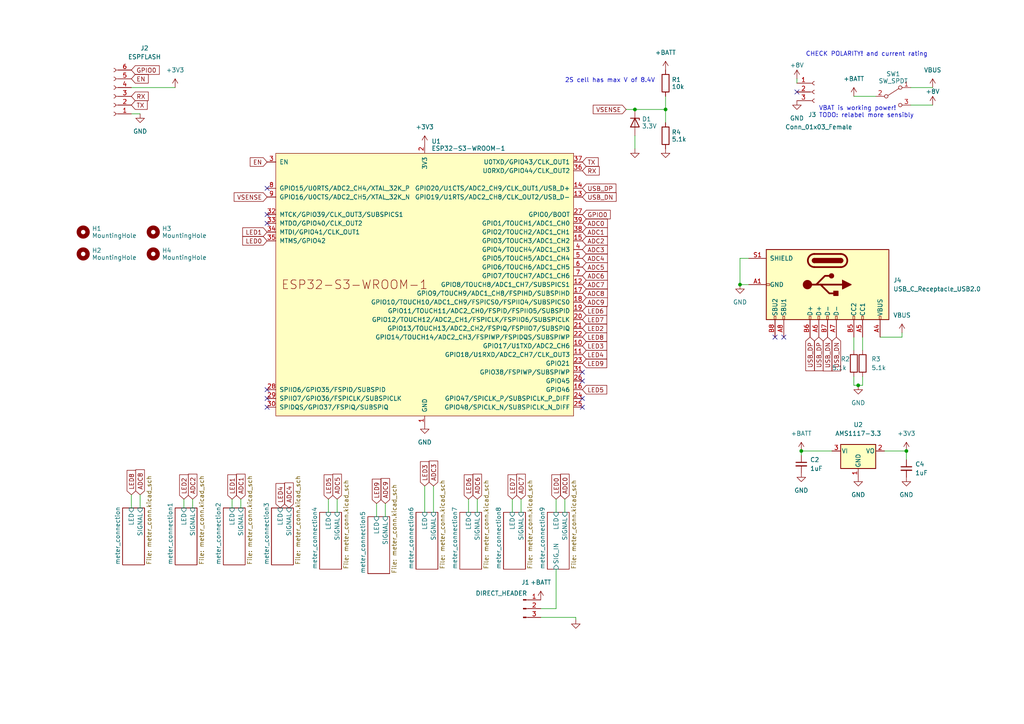
<source format=kicad_sch>
(kicad_sch (version 20230121) (generator eeschema)
  (paper "A4")
  (lib_symbols
    (symbol "Connector:Conn_01x03_Female" (pin_names (offset 1.016) hide)
      (property "Reference" "J" (at 0 5.08 0))
      (property "Value" "Conn_01x03_Female" (at 0 -5.08 0))
      (symbol "Conn_01x03_Female_1_1"
        (arc (start 0 -2.032) (mid -0.5058 -2.54) (end 0 -3.048) (stroke (width 0.1524)))
        (polyline (pts (xy -1.27 -2.54) (xy -0.508 -2.54)) (stroke (width 0.1524)))
        (polyline (pts (xy -1.27 0) (xy -0.508 0)) (stroke (width 0.1524)))
        (polyline (pts (xy -1.27 2.54) (xy -0.508 2.54)) (stroke (width 0.1524)))
        (arc (start 0 0.508) (mid -0.5058 0) (end 0 -0.508) (stroke (width 0.1524)))
        (arc (start 0 3.048) (mid -0.5058 2.54) (end 0 2.032) (stroke (width 0.1524)))
        (pin passive line (at -5.08 2.54 0) (length 3.81) (name "Pin_1") (number "1"))
        (pin passive line (at -5.08 0 0) (length 3.81) (name "Pin_2") (number "2"))
        (pin passive line (at -5.08 -2.54 0) (length 3.81) (name "Pin_3") (number "3"))
      )
    )
    (symbol "Connector:Conn_01x03_Male" (pin_names (offset 1.016) hide)
      (property "Reference" "J" (at 0 5.08 0))
      (property "Value" "Conn_01x03_Male" (at 0 -5.08 0))
      (symbol "Conn_01x03_Male_1_1"
        (polyline (pts (xy 1.27 -2.54) (xy 0.8636 -2.54)) (stroke (width 0.1524)))
        (polyline (pts (xy 1.27 0) (xy 0.8636 0)) (stroke (width 0.1524)))
        (polyline (pts (xy 1.27 2.54) (xy 0.8636 2.54)) (stroke (width 0.1524)))
        (rectangle (start 0.8636 -2.413) (end 0 -2.667) (stroke (width 0.1524)) (fill (type outline)))
        (rectangle (start 0.8636 0.127) (end 0 -0.127) (stroke (width 0.1524)) (fill (type outline)))
        (rectangle (start 0.8636 2.667) (end 0 2.413) (stroke (width 0.1524)) (fill (type outline)))
        (pin passive line (at 5.08 2.54 180) (length 3.81) (name "Pin_1") (number "1"))
        (pin passive line (at 5.08 0 180) (length 3.81) (name "Pin_2") (number "2"))
        (pin passive line (at 5.08 -2.54 180) (length 3.81) (name "Pin_3") (number "3"))
      )
    )
    (symbol "Connector:Conn_01x06_Female" (pin_names (offset 1.016) hide)
      (property "Reference" "J" (at 0 7.62 0))
      (property "Value" "Conn_01x06_Female" (at 0 -10.16 0))
      (symbol "Conn_01x06_Female_1_1"
        (arc (start 0 -7.112) (mid -0.5058 -7.62) (end 0 -8.128) (stroke (width 0.1524)))
        (arc (start 0 -4.572) (mid -0.5058 -5.08) (end 0 -5.588) (stroke (width 0.1524)))
        (arc (start 0 -2.032) (mid -0.5058 -2.54) (end 0 -3.048) (stroke (width 0.1524)))
        (polyline (pts (xy -1.27 -7.62) (xy -0.508 -7.62)) (stroke (width 0.1524)))
        (polyline (pts (xy -1.27 -5.08) (xy -0.508 -5.08)) (stroke (width 0.1524)))
        (polyline (pts (xy -1.27 -2.54) (xy -0.508 -2.54)) (stroke (width 0.1524)))
        (polyline (pts (xy -1.27 0) (xy -0.508 0)) (stroke (width 0.1524)))
        (polyline (pts (xy -1.27 2.54) (xy -0.508 2.54)) (stroke (width 0.1524)))
        (polyline (pts (xy -1.27 5.08) (xy -0.508 5.08)) (stroke (width 0.1524)))
        (arc (start 0 0.508) (mid -0.5058 0) (end 0 -0.508) (stroke (width 0.1524)))
        (arc (start 0 3.048) (mid -0.5058 2.54) (end 0 2.032) (stroke (width 0.1524)))
        (arc (start 0 5.588) (mid -0.5058 5.08) (end 0 4.572) (stroke (width 0.1524)))
        (pin passive line (at -5.08 5.08 0) (length 3.81) (name "Pin_1") (number "1"))
        (pin passive line (at -5.08 2.54 0) (length 3.81) (name "Pin_2") (number "2"))
        (pin passive line (at -5.08 0 0) (length 3.81) (name "Pin_3") (number "3"))
        (pin passive line (at -5.08 -2.54 0) (length 3.81) (name "Pin_4") (number "4"))
        (pin passive line (at -5.08 -5.08 0) (length 3.81) (name "Pin_5") (number "5"))
        (pin passive line (at -5.08 -7.62 0) (length 3.81) (name "Pin_6") (number "6"))
      )
    )
    (symbol "Connector:USB_C_Receptacle_USB2.0" (pin_names (offset 1.016))
      (property "Reference" "J" (at -10.16 19.05 0))
      (property "Value" "USB_C_Receptacle_USB2.0" (at 19.05 19.05 0))
      (symbol "USB_C_Receptacle_USB2.0_0_0"
        (rectangle (start -0.254 -17.78) (end 0.254 -16.764))
        (rectangle (start 10.16 -14.986) (end 9.144 -15.494))
        (rectangle (start 10.16 -12.446) (end 9.144 -12.954))
        (rectangle (start 10.16 -4.826) (end 9.144 -5.334))
        (rectangle (start 10.16 -2.286) (end 9.144 -2.794))
        (rectangle (start 10.16 0.254) (end 9.144 -0.254))
        (rectangle (start 10.16 2.794) (end 9.144 2.286))
        (rectangle (start 10.16 7.874) (end 9.144 7.366))
        (rectangle (start 10.16 10.414) (end 9.144 9.906))
        (rectangle (start 10.16 15.494) (end 9.144 14.986))
      )
      (symbol "USB_C_Receptacle_USB2.0_0_1"
        (rectangle (start -10.16 17.78) (end 10.16 -17.78) (stroke (width 0.254)) (fill (type background)))
        (arc (start -8.89 -3.81) (mid -6.985 -5.7067) (end -5.08 -3.81) (stroke (width 0.508)))
        (arc (start -7.62 -3.81) (mid -6.985 -4.4423) (end -6.35 -3.81) (stroke (width 0.254)))
        (arc (start -7.62 -3.81) (mid -6.985 -4.4423) (end -6.35 -3.81) (stroke (width 0.254)) (fill (type outline)))
        (rectangle (start -7.62 -3.81) (end -6.35 3.81) (stroke (width 0.254)) (fill (type outline)))
        (arc (start -6.35 3.81) (mid -6.985 4.4423) (end -7.62 3.81) (stroke (width 0.254)))
        (arc (start -6.35 3.81) (mid -6.985 4.4423) (end -7.62 3.81) (stroke (width 0.254)) (fill (type outline)))
        (arc (start -5.08 3.81) (mid -6.985 5.7067) (end -8.89 3.81) (stroke (width 0.508)))
        (circle (center -2.54 1.143) (radius 0.635) (stroke (width 0.254)) (fill (type outline)))
        (circle (center 0 -5.842) (radius 1.27) (fill (type outline)))
        (polyline (pts (xy -8.89 -3.81) (xy -8.89 3.81)) (stroke (width 0.508)))
        (polyline (pts (xy -5.08 3.81) (xy -5.08 -3.81)) (stroke (width 0.508)))
        (polyline (pts (xy 0 -5.842) (xy 0 4.318)) (stroke (width 0.508)))
        (polyline (pts (xy 0 -3.302) (xy -2.54 -0.762) (xy -2.54 0.508)) (stroke (width 0.508)))
        (polyline (pts (xy 0 -2.032) (xy 2.54 0.508) (xy 2.54 1.778)) (stroke (width 0.508)))
        (polyline (pts (xy -1.27 4.318) (xy 0 6.858) (xy 1.27 4.318) (xy -1.27 4.318)) (stroke (width 0.254)) (fill (type outline)))
        (rectangle (start 1.905 1.778) (end 3.175 3.048) (stroke (width 0.254)) (fill (type outline)))
      )
      (symbol "USB_C_Receptacle_USB2.0_1_1"
        (pin passive line (at 0 -22.86 90) (length 5.08) (name "GND") (number "A1"))
        (pin passive line (at 0 -22.86 90) (length 5.08) hide (name "GND") (number "A12"))
        (pin passive line (at 15.24 15.24 180) (length 5.08) (name "VBUS") (number "A4"))
        (pin bidirectional line (at 15.24 10.16 180) (length 5.08) (name "CC1") (number "A5"))
        (pin bidirectional line (at 15.24 -2.54 180) (length 5.08) (name "D+") (number "A6"))
        (pin bidirectional line (at 15.24 2.54 180) (length 5.08) (name "D-") (number "A7"))
        (pin bidirectional line (at 15.24 -12.7 180) (length 5.08) (name "SBU1") (number "A8"))
        (pin passive line (at 15.24 15.24 180) (length 5.08) hide (name "VBUS") (number "A9"))
        (pin passive line (at 0 -22.86 90) (length 5.08) hide (name "GND") (number "B1"))
        (pin passive line (at 0 -22.86 90) (length 5.08) hide (name "GND") (number "B12"))
        (pin passive line (at 15.24 15.24 180) (length 5.08) hide (name "VBUS") (number "B4"))
        (pin bidirectional line (at 15.24 7.62 180) (length 5.08) (name "CC2") (number "B5"))
        (pin bidirectional line (at 15.24 -5.08 180) (length 5.08) (name "D+") (number "B6"))
        (pin bidirectional line (at 15.24 0 180) (length 5.08) (name "D-") (number "B7"))
        (pin bidirectional line (at 15.24 -15.24 180) (length 5.08) (name "SBU2") (number "B8"))
        (pin passive line (at 15.24 15.24 180) (length 5.08) hide (name "VBUS") (number "B9"))
        (pin passive line (at -7.62 -22.86 90) (length 5.08) (name "SHIELD") (number "S1"))
      )
    )
    (symbol "Device:C_Small" (pin_numbers hide) (pin_names (offset 0.254) hide)
      (property "Reference" "C" (at 0.254 1.778 0))
      (property "Value" "C_Small" (at 0.254 -2.032 0))
      (symbol "C_Small_0_1"
        (polyline (pts (xy -1.524 -0.508) (xy 1.524 -0.508)) (stroke (width 0.3302)))
        (polyline (pts (xy -1.524 0.508) (xy 1.524 0.508)) (stroke (width 0.3048)))
      )
      (symbol "C_Small_1_1"
        (pin passive line (at 0 2.54 270) (length 2.032) (name "~") (number "1"))
        (pin passive line (at 0 -2.54 90) (length 2.032) (name "~") (number "2"))
      )
    )
    (symbol "Device:D_Zener" (pin_numbers hide) (pin_names (offset 1.016) hide)
      (property "Reference" "D" (at 0 2.54 0))
      (property "Value" "D_Zener" (at 0 -2.54 0))
      (symbol "D_Zener_0_1"
        (polyline (pts (xy 1.27 0) (xy -1.27 0)))
        (polyline (pts (xy -1.27 -1.27) (xy -1.27 1.27) (xy -0.762 1.27)) (stroke (width 0.254)))
        (polyline (pts (xy 1.27 -1.27) (xy 1.27 1.27) (xy -1.27 0) (xy 1.27 -1.27)) (stroke (width 0.254)))
      )
      (symbol "D_Zener_1_1"
        (pin passive line (at -3.81 0 0) (length 2.54) (name "K") (number "1"))
        (pin passive line (at 3.81 0 180) (length 2.54) (name "A") (number "2"))
      )
    )
    (symbol "Device:R" (pin_numbers hide) (pin_names (offset 0))
      (property "Reference" "R" (at 2.032 0 90))
      (property "Value" "R" (at 0 0 90))
      (symbol "R_0_1"
        (rectangle (start -1.016 -2.54) (end 1.016 2.54) (stroke (width 0.254)))
      )
      (symbol "R_1_1"
        (pin passive line (at 0 3.81 270) (length 1.27) (name "~") (number "1"))
        (pin passive line (at 0 -3.81 90) (length 1.27) (name "~") (number "2"))
      )
    )
    (symbol "Mechanical:MountingHole" (pin_names (offset 1.016))
      (property "Reference" "H" (at 0 5.08 0))
      (property "Value" "MountingHole" (at 0 3.175 0))
      (symbol "MountingHole_0_1"
        (circle (center 0 0) (radius 1.27) (stroke (width 1.27)))
      )
    )
    (symbol "PCM_Espressif:ESP32-S3-WROOM-1" (pin_names (offset 1.016))
      (property "Reference" "U" (at -43.18 43.18 0))
      (property "Value" "ESP32-S3-WROOM-1" (at -43.18 40.64 0))
      (symbol "ESP32-S3-WROOM-1_0_0"
        (text "ESP32-S3-WROOM-1" (at -20.32 0 0) (effects (font (size 2.54 2.54))))
        (pin power_in line (at 0 -40.64 90) (length 2.54) (name "GND") (number "1"))
        (pin bidirectional line (at 45.72 -17.78 180) (length 2.54) (name "GPIO17/U1TXD/ADC2_CH6") (number "10"))
        (pin bidirectional line (at 45.72 -20.32 180) (length 2.54) (name "GPIO18/U1RXD/ADC2_CH7/CLK_OUT3") (number "11"))
        (pin bidirectional line (at 45.72 0 180) (length 2.54) (name "GPIO8/TOUCH8/ADC1_CH7/SUBSPICS1") (number "12"))
        (pin bidirectional line (at 45.72 25.4 180) (length 2.54) (name "GPIO19/U1RTS/ADC2_CH8/CLK_OUT2/USB_D-") (number "13"))
        (pin bidirectional line (at 45.72 27.94 180) (length 2.54) (name "GPIO20/U1CTS/ADC2_CH9/CLK_OUT1/USB_D+") (number "14"))
        (pin bidirectional line (at 45.72 12.7 180) (length 2.54) (name "GPIO3/TOUCH3/ADC1_CH2") (number "15"))
        (pin bidirectional line (at 45.72 -30.48 180) (length 2.54) (name "GPIO46") (number "16"))
        (pin bidirectional line (at 45.72 -2.54 180) (length 2.54) (name "GPIO9/TOUCH9/ADC1_CH8/FSPIHD/SUBSPIHD") (number "17"))
        (pin bidirectional line (at 45.72 -5.08 180) (length 2.54) (name "GPIO10/TOUCH10/ADC1_CH9/FSPICS0/FSPIIO4/SUBSPICS0") (number "18"))
        (pin bidirectional line (at 45.72 -7.62 180) (length 2.54) (name "GPIO11/TOUCH11/ADC2_CH0/FSPID/FSPIIO5/SUBSPID") (number "19"))
        (pin power_in line (at 0 40.64 270) (length 2.54) (name "3V3") (number "2"))
        (pin bidirectional line (at 45.72 -10.16 180) (length 2.54) (name "GPIO12/TOUCH12/ADC2_CH1/FSPICLK/FSPIIO6/SUBSPICLK") (number "20"))
        (pin bidirectional line (at 45.72 -12.7 180) (length 2.54) (name "GPIO13/TOUCH13/ADC2_CH2/FSPIQ/FSPIIO7/SUBSPIQ") (number "21"))
        (pin bidirectional line (at 45.72 -15.24 180) (length 2.54) (name "GPIO14/TOUCH14/ADC2_CH3/FSPIWP/FSPIDQS/SUBSPIWP") (number "22"))
        (pin bidirectional line (at 45.72 -22.86 180) (length 2.54) (name "GPIO21") (number "23"))
        (pin bidirectional line (at 45.72 -33.02 180) (length 2.54) (name "GPIO47/SPICLK_P/SUBSPICLK_P_DIFF") (number "24"))
        (pin bidirectional line (at 45.72 -35.56 180) (length 2.54) (name "GPIO48/SPICLK_N/SUBSPICLK_N_DIFF") (number "25"))
        (pin bidirectional line (at 45.72 -27.94 180) (length 2.54) (name "GPIO45") (number "26"))
        (pin bidirectional line (at 45.72 20.32 180) (length 2.54) (name "GPIO0/BOOT") (number "27"))
        (pin bidirectional line (at -45.72 -30.48 0) (length 2.54) (name "SPIIO6/GPIO35/FSPID/SUBSPID") (number "28"))
        (pin bidirectional line (at -45.72 -33.02 0) (length 2.54) (name "SPIIO7/GPIO36/FSPICLK/SUBSPICLK") (number "29"))
        (pin input line (at -45.72 35.56 0) (length 2.54) (name "EN") (number "3"))
        (pin bidirectional line (at -45.72 -35.56 0) (length 2.54) (name "SPIDQS/GPIO37/FSPIQ/SUBSPIQ") (number "30"))
        (pin bidirectional line (at 45.72 -25.4 180) (length 2.54) (name "GPIO38/FSPIWP/SUBSPIWP") (number "31"))
        (pin bidirectional line (at -45.72 20.32 0) (length 2.54) (name "MTCK/GPIO39/CLK_OUT3/SUBSPICS1") (number "32"))
        (pin bidirectional line (at -45.72 17.78 0) (length 2.54) (name "MTDO/GPIO40/CLK_OUT2") (number "33"))
        (pin bidirectional line (at -45.72 15.24 0) (length 2.54) (name "MTDI/GPIO41/CLK_OUT1") (number "34"))
        (pin bidirectional line (at -45.72 12.7 0) (length 2.54) (name "MTMS/GPIO42") (number "35"))
        (pin bidirectional line (at 45.72 33.02 180) (length 2.54) (name "U0RXD/GPIO44/CLK_OUT2") (number "36"))
        (pin bidirectional line (at 45.72 35.56 180) (length 2.54) (name "U0TXD/GPIO43/CLK_OUT1") (number "37"))
        (pin bidirectional line (at 45.72 15.24 180) (length 2.54) (name "GPIO2/TOUCH2/ADC1_CH1") (number "38"))
        (pin bidirectional line (at 45.72 17.78 180) (length 2.54) (name "GPIO1/TOUCH1/ADC1_CH0") (number "39"))
        (pin bidirectional line (at 45.72 10.16 180) (length 2.54) (name "GPIO4/TOUCH4/ADC1_CH3") (number "4"))
        (pin passive line (at 0 -40.64 90) (length 2.54) hide (name "GND") (number "40"))
        (pin passive line (at 0 -40.64 90) (length 2.54) hide (name "GND") (number "41"))
        (pin bidirectional line (at 45.72 7.62 180) (length 2.54) (name "GPIO5/TOUCH5/ADC1_CH4") (number "5"))
        (pin bidirectional line (at 45.72 5.08 180) (length 2.54) (name "GPIO6/TOUCH6/ADC1_CH5") (number "6"))
        (pin bidirectional line (at 45.72 2.54 180) (length 2.54) (name "GPIO7/TOUCH7/ADC1_CH6") (number "7"))
        (pin bidirectional line (at -45.72 27.94 0) (length 2.54) (name "GPIO15/U0RTS/ADC2_CH4/XTAL_32K_P") (number "8"))
        (pin bidirectional line (at -45.72 25.4 0) (length 2.54) (name "GPIO16/U0CTS/ADC2_CH5/XTAL_32K_N") (number "9"))
      )
      (symbol "ESP32-S3-WROOM-1_0_1"
        (rectangle (start -43.18 38.1) (end 43.18 -38.1) (fill (type background)))
      )
    )
    (symbol "Regulator_Linear:AMS1117-3.3" (pin_names (offset 0.254))
      (property "Reference" "U" (at -3.81 3.175 0))
      (property "Value" "AMS1117-3.3" (at 0 3.175 0))
      (symbol "AMS1117-3.3_0_1"
        (rectangle (start -5.08 -5.08) (end 5.08 1.905) (stroke (width 0.254)) (fill (type background)))
      )
      (symbol "AMS1117-3.3_1_1"
        (pin power_in line (at 0 -7.62 90) (length 2.54) (name "GND") (number "1"))
        (pin power_out line (at 7.62 0 180) (length 2.54) (name "VO") (number "2"))
        (pin power_in line (at -7.62 0 0) (length 2.54) (name "VI") (number "3"))
      )
    )
    (symbol "Switch:SW_SPDT" (pin_names (offset 0) hide)
      (property "Reference" "SW" (at 0 4.318 0))
      (property "Value" "SW_SPDT" (at 0 -5.08 0))
      (symbol "SW_SPDT_0_0"
        (circle (center -2.032 0) (radius 0.508))
        (circle (center 2.032 -2.54) (radius 0.508))
      )
      (symbol "SW_SPDT_0_1"
        (polyline (pts (xy -1.524 0.254) (xy 1.651 2.286)))
        (circle (center 2.032 2.54) (radius 0.508))
      )
      (symbol "SW_SPDT_1_1"
        (pin passive line (at 5.08 2.54 180) (length 2.54) (name "A") (number "1"))
        (pin passive line (at -5.08 0 0) (length 2.54) (name "B") (number "2"))
        (pin passive line (at 5.08 -2.54 180) (length 2.54) (name "C") (number "3"))
      )
    )
    (symbol "power:+3.3V" (power) (pin_names (offset 0))
      (property "Value" "+3.3V" (at 0 3.556 0))
      (symbol "+3.3V_0_1"
        (polyline (pts (xy -0.762 1.27) (xy 0 2.54)))
        (polyline (pts (xy 0 0) (xy 0 2.54)))
        (polyline (pts (xy 0 2.54) (xy 0.762 1.27)))
      )
      (symbol "+3.3V_1_1"
        (pin power_in line (at 0 0 90) (length 0) hide (name "+3V3") (number "1"))
      )
    )
    (symbol "power:+8V" (power) (pin_names (offset 0))
      (property "Value" "+8V" (at 0 3.556 0))
      (symbol "+8V_0_1"
        (polyline (pts (xy -0.762 1.27) (xy 0 2.54)))
        (polyline (pts (xy 0 0) (xy 0 2.54)))
        (polyline (pts (xy 0 2.54) (xy 0.762 1.27)))
      )
      (symbol "+8V_1_1"
        (pin power_in line (at 0 0 90) (length 0) hide (name "+8V") (number "1"))
      )
    )
    (symbol "power:+BATT" (power) (pin_names (offset 0))
      (property "Value" "+BATT" (at 0 3.556 0))
      (symbol "+BATT_0_1"
        (polyline (pts (xy -0.762 1.27) (xy 0 2.54)))
        (polyline (pts (xy 0 0) (xy 0 2.54)))
        (polyline (pts (xy 0 2.54) (xy 0.762 1.27)))
      )
      (symbol "+BATT_1_1"
        (pin power_in line (at 0 0 90) (length 0) hide (name "+BATT") (number "1"))
      )
    )
    (symbol "power:GND" (power) (pin_names (offset 0))
      (property "Value" "GND" (at 0 -3.81 0))
      (symbol "GND_0_1"
        (polyline (pts (xy 0 0) (xy 0 -1.27) (xy 1.27 -1.27) (xy 0 -2.54) (xy -1.27 -1.27) (xy 0 -1.27)))
      )
      (symbol "GND_1_1"
        (pin power_in line (at 0 0 270) (length 0) hide (name "GND") (number "1"))
      )
    )
    (symbol "power:VBUS" (power) (pin_names (offset 0))
      (property "Value" "VBUS" (at 0 3.81 0))
      (symbol "VBUS_0_1"
        (polyline (pts (xy -0.762 1.27) (xy 0 2.54)))
        (polyline (pts (xy 0 0) (xy 0 2.54)))
        (polyline (pts (xy 0 2.54) (xy 0.762 1.27)))
      )
      (symbol "VBUS_1_1"
        (pin power_in line (at 0 0 90) (length 0) hide (name "VBUS") (number "1"))
      )
    )
  )
  (junction (at 184.15 31.75))
  (junction (at 248.92 111.76))
  (junction (at 214.63 82.55))
  (junction (at 262.89 130.81))
  (junction (at 193.04 31.75))
  (junction (at 232.41 130.81))
  (no_connect (at 77.47 62.23))
  (no_connect (at 168.91 107.95))
  (no_connect (at 168.91 110.49))
  (no_connect (at 227.33 97.79))
  (no_connect (at 224.79 97.79))
  (no_connect (at 77.47 115.57))
  (no_connect (at 168.91 118.11))
  (no_connect (at 168.91 115.57))
  (no_connect (at 231.14 26.67))
  (no_connect (at 77.47 54.61))
  (no_connect (at 77.47 113.03))
  (no_connect (at 77.47 64.77))
  (no_connect (at 77.47 118.11))
  (wire (pts (xy 123.19 140.97) (xy 123.19 148.59)))
  (wire (pts (xy 95.25 144.78) (xy 95.25 148.59)))
  (wire (pts (xy 161.29 144.78) (xy 161.29 148.59)))
  (wire (pts (xy 38.1 33.02) (xy 40.64 33.02)))
  (wire (pts (xy 193.04 27.94) (xy 193.04 31.75)))
  (wire (pts (xy 111.76 146.05) (xy 111.76 149.86)))
  (wire (pts (xy 250.19 97.79) (xy 250.19 101.6)))
  (wire (pts (xy 156.845 179.07) (xy 167.005 179.07)))
  (wire (pts (xy 181.61 31.75) (xy 184.15 31.75)))
  (wire (pts (xy 247.65 111.76) (xy 248.92 111.76)))
  (wire (pts (xy 161.29 165.1) (xy 161.29 176.53)))
  (wire (pts (xy 184.15 39.37) (xy 184.15 43.18)))
  (wire (pts (xy 193.04 31.75) (xy 193.04 35.56)))
  (wire (pts (xy 67.31 144.78) (xy 67.31 147.32)))
  (wire (pts (xy 184.15 31.75) (xy 193.04 31.75)))
  (wire (pts (xy 109.22 146.05) (xy 109.22 149.86)))
  (wire (pts (xy 167.005 179.07) (xy 167.005 179.705)))
  (wire (pts (xy 232.41 132.08) (xy 232.41 130.81)))
  (wire (pts (xy 214.63 82.55) (xy 217.17 82.55)))
  (wire (pts (xy 125.73 140.97) (xy 125.73 148.59)))
  (wire (pts (xy 40.64 143.51) (xy 40.64 147.32)))
  (wire (pts (xy 250.19 109.22) (xy 250.19 111.76)))
  (wire (pts (xy 250.19 111.76) (xy 248.92 111.76)))
  (wire (pts (xy 148.59 144.78) (xy 148.59 148.59)))
  (wire (pts (xy 247.65 97.79) (xy 247.65 101.6)))
  (wire (pts (xy 232.41 130.81) (xy 241.3 130.81)))
  (wire (pts (xy 217.17 74.93) (xy 214.63 74.93)))
  (wire (pts (xy 247.65 109.22) (xy 247.65 111.76)))
  (wire (pts (xy 38.1 143.51) (xy 38.1 147.32)))
  (wire (pts (xy 138.43 144.78) (xy 138.43 148.59)))
  (wire (pts (xy 163.83 144.78) (xy 163.83 148.59)))
  (wire (pts (xy 97.79 144.78) (xy 97.79 148.59)))
  (wire (pts (xy 38.1 25.4) (xy 50.8 25.4)))
  (wire (pts (xy 262.89 130.81) (xy 262.89 133.35)))
  (wire (pts (xy 69.85 144.78) (xy 69.85 147.32)))
  (wire (pts (xy 214.63 74.93) (xy 214.63 82.55)))
  (wire (pts (xy 231.14 22.86) (xy 231.14 24.13)))
  (wire (pts (xy 264.16 30.48) (xy 270.51 30.48)))
  (wire (pts (xy 55.88 144.78) (xy 55.88 147.32)))
  (wire (pts (xy 53.34 144.78) (xy 53.34 147.32)))
  (wire (pts (xy 255.27 97.79) (xy 261.62 97.79)))
  (wire (pts (xy 135.89 144.78) (xy 135.89 148.59)))
  (wire (pts (xy 261.62 97.79) (xy 261.62 96.52)))
  (wire (pts (xy 264.16 25.4) (xy 270.51 25.4)))
  (wire (pts (xy 256.54 130.81) (xy 262.89 130.81)))
  (wire (pts (xy 161.29 176.53) (xy 156.845 176.53)))
  (wire (pts (xy 151.13 144.78) (xy 151.13 148.59)))
  (wire (pts (xy 247.65 27.94) (xy 254 27.94)))
  (text "2S cell has max V of 8.4V" (at 163.83 24.13 0) (effects (font (size 1.27 1.27)) (justify left bottom)))
  (text "VBAT is working power!\nTODO: relabel more sensibly\n" (at 237.49 34.29 0) (effects (font (size 1.27 1.27)) (justify left bottom)))
  (text "CHECK POLARITY! and current rating" (at 233.68 16.51 0) (effects (font (size 1.27 1.27)) (justify left bottom)))
  (global_label "EN" (shape input) (at 38.1 22.86 0) (property "Intersheetrefs" "${INTERSHEET_REFS}" (effects hide)))
  (global_label "LED1" (shape input) (at 67.31 144.78 90) (property "Intersheetrefs" "${INTERSHEET_REFS}" (effects hide)))
  (global_label "RX" (shape input) (at 38.1 27.94 0) (property "Intersheetrefs" "${INTERSHEET_REFS}" (effects hide)))
  (global_label "ADC6" (shape input) (at 168.91 80.01 0) (property "Intersheetrefs" "${INTERSHEET_REFS}" (effects hide)))
  (global_label "ADC8" (shape input) (at 168.91 85.09 0) (property "Intersheetrefs" "${INTERSHEET_REFS}" (effects hide)))
  (global_label "ADC2" (shape input) (at 168.91 69.85 0) (property "Intersheetrefs" "${INTERSHEET_REFS}" (effects hide)))
  (global_label "VSENSE" (shape input) (at 77.47 57.15 180) (property "Intersheetrefs" "${INTERSHEET_REFS}" (effects hide)))
  (global_label "USB_DP" (shape input) (at 168.91 54.61 0) (property "Intersheetrefs" "${INTERSHEET_REFS}" (effects hide)))
  (global_label "ADC2" (shape input) (at 55.88 144.78 90) (property "Intersheetrefs" "${INTERSHEET_REFS}" (effects hide)))
  (global_label "USB_DP" (shape input) (at 237.49 97.79 270) (property "Intersheetrefs" "${INTERSHEET_REFS}" (effects hide)))
  (global_label "VSENSE" (shape input) (at 181.61 31.75 180) (property "Intersheetrefs" "${INTERSHEET_REFS}" (effects hide)))
  (global_label "LED2" (shape input) (at 168.91 95.25 0) (property "Intersheetrefs" "${INTERSHEET_REFS}" (effects hide)))
  (global_label "ADC1" (shape input) (at 69.85 144.78 90) (property "Intersheetrefs" "${INTERSHEET_REFS}" (effects hide)))
  (global_label "ADC0" (shape input) (at 163.83 144.78 90) (property "Intersheetrefs" "${INTERSHEET_REFS}" (effects hide)))
  (global_label "EN" (shape input) (at 77.47 46.99 180) (property "Intersheetrefs" "${INTERSHEET_REFS}" (effects hide)))
  (global_label "USB_DN" (shape input) (at 240.03 97.79 270) (property "Intersheetrefs" "${INTERSHEET_REFS}" (effects hide)))
  (global_label "LED3" (shape input) (at 123.19 140.97 90) (property "Intersheetrefs" "${INTERSHEET_REFS}" (effects hide)))
  (global_label "ADC1" (shape input) (at 168.91 67.31 0) (property "Intersheetrefs" "${INTERSHEET_REFS}" (effects hide)))
  (global_label "ADC7" (shape input) (at 168.91 82.55 0) (property "Intersheetrefs" "${INTERSHEET_REFS}" (effects hide)))
  (global_label "ADC3" (shape input) (at 168.91 72.39 0) (property "Intersheetrefs" "${INTERSHEET_REFS}" (effects hide)))
  (global_label "LED5" (shape input) (at 168.91 113.03 0) (property "Intersheetrefs" "${INTERSHEET_REFS}" (effects hide)))
  (global_label "LED1" (shape input) (at 77.47 67.31 180) (property "Intersheetrefs" "${INTERSHEET_REFS}" (effects hide)))
  (global_label "LED8" (shape input) (at 168.91 97.79 0) (property "Intersheetrefs" "${INTERSHEET_REFS}" (effects hide)))
  (global_label "LED8" (shape input) (at 38.1 143.51 90) (property "Intersheetrefs" "${INTERSHEET_REFS}" (effects hide)))
  (global_label "LED5" (shape input) (at 95.25 144.78 90) (property "Intersheetrefs" "${INTERSHEET_REFS}" (effects hide)))
  (global_label "USB_DP" (shape input) (at 234.95 97.79 270) (property "Intersheetrefs" "${INTERSHEET_REFS}" (effects hide)))
  (global_label "TX" (shape input) (at 168.91 46.99 0) (property "Intersheetrefs" "${INTERSHEET_REFS}" (effects hide)))
  (global_label "LED3" (shape input) (at 168.91 100.33 0) (property "Intersheetrefs" "${INTERSHEET_REFS}" (effects hide)))
  (global_label "GPIO0" (shape input) (at 168.91 62.23 0) (property "Intersheetrefs" "${INTERSHEET_REFS}" (effects hide)))
  (global_label "USB_DN" (shape input) (at 168.91 57.15 0) (property "Intersheetrefs" "${INTERSHEET_REFS}" (effects hide)))
  (global_label "ADC4" (shape input) (at 168.91 74.93 0) (property "Intersheetrefs" "${INTERSHEET_REFS}" (effects hide)))
  (global_label "ADC5" (shape input) (at 168.91 77.47 0) (property "Intersheetrefs" "${INTERSHEET_REFS}" (effects hide)))
  (global_label "ADC9" (shape input) (at 168.91 87.63 0) (property "Intersheetrefs" "${INTERSHEET_REFS}" (effects hide)))
  (global_label "ADC9" (shape input) (at 111.76 146.05 90) (property "Intersheetrefs" "${INTERSHEET_REFS}" (effects hide)))
  (global_label "LED4" (shape input) (at 81.28 147.32 90) (property "Intersheetrefs" "${INTERSHEET_REFS}" (effects hide)))
  (global_label "LED4" (shape input) (at 168.91 102.87 0) (property "Intersheetrefs" "${INTERSHEET_REFS}" (effects hide)))
  (global_label "USB_DN" (shape input) (at 242.57 97.79 270) (property "Intersheetrefs" "${INTERSHEET_REFS}" (effects hide)))
  (global_label "ADC3" (shape input) (at 125.73 140.97 90) (property "Intersheetrefs" "${INTERSHEET_REFS}" (effects hide)))
  (global_label "LED0" (shape input) (at 77.47 69.85 180) (property "Intersheetrefs" "${INTERSHEET_REFS}" (effects hide)))
  (global_label "LED6" (shape input) (at 135.89 144.78 90) (property "Intersheetrefs" "${INTERSHEET_REFS}" (effects hide)))
  (global_label "ADC5" (shape input) (at 97.79 144.78 90) (property "Intersheetrefs" "${INTERSHEET_REFS}" (effects hide)))
  (global_label "ADC8" (shape input) (at 40.64 143.51 90) (property "Intersheetrefs" "${INTERSHEET_REFS}" (effects hide)))
  (global_label "LED2" (shape input) (at 53.34 144.78 90) (property "Intersheetrefs" "${INTERSHEET_REFS}" (effects hide)))
  (global_label "TX" (shape input) (at 38.1 30.48 0) (property "Intersheetrefs" "${INTERSHEET_REFS}" (effects hide)))
  (global_label "LED9" (shape input) (at 109.22 146.05 90) (property "Intersheetrefs" "${INTERSHEET_REFS}" (effects hide)))
  (global_label "ADC0" (shape input) (at 168.91 64.77 0) (property "Intersheetrefs" "${INTERSHEET_REFS}" (effects hide)))
  (global_label "LED7" (shape input) (at 168.91 92.71 0) (property "Intersheetrefs" "${INTERSHEET_REFS}" (effects hide)))
  (global_label "LED7" (shape input) (at 148.59 144.78 90) (property "Intersheetrefs" "${INTERSHEET_REFS}" (effects hide)))
  (global_label "GPIO0" (shape input) (at 38.1 20.32 0) (property "Intersheetrefs" "${INTERSHEET_REFS}" (effects hide)))
  (global_label "LED0" (shape input) (at 161.29 144.78 90) (property "Intersheetrefs" "${INTERSHEET_REFS}" (effects hide)))
  (global_label "ADC7" (shape input) (at 151.13 144.78 90) (property "Intersheetrefs" "${INTERSHEET_REFS}" (effects hide)))
  (global_label "ADC4" (shape input) (at 83.82 147.32 90) (property "Intersheetrefs" "${INTERSHEET_REFS}" (effects hide)))
  (global_label "LED6" (shape input) (at 168.91 90.17 0) (property "Intersheetrefs" "${INTERSHEET_REFS}" (effects hide)))
  (global_label "ADC6" (shape input) (at 138.43 144.78 90) (property "Intersheetrefs" "${INTERSHEET_REFS}" (effects hide)))
  (global_label "RX" (shape input) (at 168.91 49.53 0) (property "Intersheetrefs" "${INTERSHEET_REFS}" (effects hide)))
  (global_label "LED9" (shape input) (at 168.91 105.41 0) (property "Intersheetrefs" "${INTERSHEET_REFS}" (effects hide)))
  (symbol (lib_id "power:GND") (at 193.04 43.18 0) (unit 1)
    (property "Reference" "#PWR010" (effects hide))
    (property "Value" "GND" (effects hide))
  )
  (symbol (lib_id "Connector:Conn_01x03_Male") (at 151.765 176.53 0) (unit 1)
    (property "Reference" "J1" (at 152.4 168.91 0))
    (property "Value" "DIRECT_HEADER" (at 145.415 172.085 0))
    (property "Footprint" "Connector_PinHeader_2.54mm:PinHeader_1x03_P2.54mm_Vertical" (effects hide))
    (property "JLC" "C5116482" (effects hide))
  )
  (symbol (lib_id "Connector:USB_C_Receptacle_USB2.0") (at 240.03 82.55 270) (unit 1)
    (property "Reference" "J4" (at 259.08 81.2799 90) (effects (justify left)))
    (property "Value" "USB_C_Receptacle_USB2.0" (at 259.08 83.8199 90) (effects (justify left)))
    (property "Footprint" "Connector_USB:USB_C_Receptacle_HRO_TYPE-C-31-M-12" (effects hide))
    (property "Datasheet" "https://www.usb.org/sites/default/files/documents/usb_type-c.zip" (effects hide))
    (property "JLC" "C2765186" (effects hide))
  )
  (symbol (lib_id "power:GND") (at 123.19 123.19 0) (unit 1)
    (property "Reference" "#PWR07" (effects hide))
    (property "Value" "GND" (at 123.19 128.27 0))
  )
  (symbol (lib_id "Mechanical:MountingHole") (at 24.13 67.31 0) (unit 1)
    (property "Reference" "H1" (at 26.67 66.286 0) (effects (justify left)))
    (property "Value" "MountingHole" (at 26.67 68.334 0) (effects (justify left)))
    (property "Footprint" "MountingHole:MountingHole_3.2mm_M3" (effects hide))
  )
  (symbol (lib_id "Device:D_Zener") (at 184.15 35.56 270) (unit 1)
    (property "Reference" "D1" (at 186.182 34.536 90) (effects (justify left)))
    (property "Value" "3.3V" (at 186.182 36.584 90) (effects (justify left)))
    (property "Footprint" "Diode_SMD:D_SOD-523" (effects hide))
    (property "JLC" "C2999960" (effects hide))
  )
  (symbol (lib_id "power:+BATT") (at 247.65 27.94 0) (unit 1)
    (property "Reference" "#PWR017" (effects hide))
    (property "Value" "+BATT" (at 247.65 22.86 0))
  )
  (symbol (lib_id "power:GND") (at 231.14 29.21 0) (unit 1)
    (property "Reference" "#PWR018" (effects hide))
    (property "Value" "GND" (at 231.14 34.29 0))
  )
  (symbol (lib_id "Device:C_Small") (at 262.89 135.89 0) (unit 1)
    (property "Reference" "C4" (at 265.43 134.6262 0) (effects (justify left)))
    (property "Value" "1uF" (at 265.43 137.1662 0) (effects (justify left)))
    (property "Footprint" "Capacitor_SMD:C_0402_1005Metric" (effects hide))
    (property "JLC" "C83063" (effects hide))
  )
  (symbol (lib_id "power:VBUS") (at 270.51 25.4 0) (unit 1)
    (property "Reference" "#PWR016" (effects hide))
    (property "Value" "VBUS" (at 270.51 20.32 0))
  )
  (symbol (lib_id "Mechanical:MountingHole") (at 24.13 73.66 0) (unit 1)
    (property "Reference" "H2" (at 26.67 72.636 0) (effects (justify left)))
    (property "Value" "MountingHole" (at 26.67 74.684 0) (effects (justify left)))
    (property "Footprint" "MountingHole:MountingHole_3.2mm_M3" (effects hide))
  )
  (symbol (lib_id "power:+3.3V") (at 50.8 25.4 0) (unit 1)
    (property "Reference" "#PWR05" (effects hide))
    (property "Value" "+3.3V" (at 50.8 20.32 0))
  )
  (symbol (lib_id "Mechanical:MountingHole") (at 44.45 67.31 0) (unit 1)
    (property "Reference" "H3" (at 46.99 66.286 0) (effects (justify left)))
    (property "Value" "MountingHole" (at 46.99 68.334 0) (effects (justify left)))
    (property "Footprint" "MountingHole:MountingHole_3.2mm_M3" (effects hide))
  )
  (symbol (lib_id "power:+BATT") (at 193.04 20.32 0) (unit 1)
    (property "Reference" "#PWR04" (effects hide))
    (property "Value" "+BATT" (at 193.04 15.24 0))
  )
  (symbol (lib_id "Device:C_Small") (at 232.41 134.62 0) (unit 1)
    (property "Reference" "C2" (at 234.95 133.3562 0) (effects (justify left)))
    (property "Value" "1uF" (at 234.95 135.8962 0) (effects (justify left)))
    (property "Footprint" "Capacitor_SMD:C_0402_1005Metric" (effects hide))
    (property "JLC" "C83063" (effects hide))
  )
  (symbol (lib_id "power:GND") (at 248.92 138.43 0) (unit 1)
    (property "Reference" "#PWR020" (effects hide))
    (property "Value" "GND" (at 248.92 143.51 0))
  )
  (symbol (lib_id "Mechanical:MountingHole") (at 44.45 73.66 0) (unit 1)
    (property "Reference" "H4" (at 46.99 72.636 0) (effects (justify left)))
    (property "Value" "MountingHole" (at 46.99 74.684 0) (effects (justify left)))
    (property "Footprint" "MountingHole:MountingHole_3.2mm_M3" (effects hide))
  )
  (symbol (lib_id "Device:R") (at 193.04 24.13 0) (unit 1)
    (property "Reference" "R1" (at 194.818 23.106 0) (effects (justify left)))
    (property "Value" "10k" (at 194.818 25.154 0) (effects (justify left)))
    (property "Footprint" "Resistor_SMD:R_0402_1005Metric" (effects hide))
    (property "JLC" "C407753" (effects hide))
  )
  (symbol (lib_id "power:GND") (at 248.92 111.76 0) (unit 1)
    (property "Reference" "#PWR019" (effects hide))
    (property "Value" "GND" (at 248.92 116.84 0))
  )
  (symbol (lib_id "power:GND") (at 167.005 179.705 0) (unit 1)
    (property "Reference" "#PWR02" (effects hide))
    (property "Value" "GND" (effects hide))
  )
  (symbol (lib_id "power:GND") (at 40.64 33.02 0) (unit 1)
    (property "Reference" "#PWR03" (effects hide))
    (property "Value" "GND" (at 40.64 38.1 0))
  )
  (symbol (lib_id "Connector:Conn_01x03_Female") (at 236.22 26.67 0) (unit 1)
    (property "Reference" "J3" (at 235.585 33.2472 0))
    (property "Value" "Conn_01x03_Female" (at 237.49 36.83 0))
    (property "Footprint" "Connector_JST:JST_XH_B3B-XH-A_1x03_P2.50mm_Vertical" (effects hide))
    (property "JLC" "C144394" (effects hide))
  )
  (symbol (lib_id "power:+BATT") (at 156.845 173.99 0) (unit 1)
    (property "Reference" "#PWR01" (effects hide))
    (property "Value" "+BATT" (at 156.845 168.91 0))
  )
  (symbol (lib_id "power:VBUS") (at 261.62 96.52 0) (unit 1)
    (property "Reference" "#PWR024" (effects hide))
    (property "Value" "VBUS" (at 261.62 91.44 0))
  )
  (symbol (lib_id "Device:R") (at 193.04 39.37 0) (unit 1)
    (property "Reference" "R4" (at 194.818 38.346 0) (effects (justify left)))
    (property "Value" "5.1k" (at 194.818 40.394 0) (effects (justify left)))
    (property "Footprint" "Resistor_SMD:R_0603_1608Metric" (effects hide))
    (property "JLC" "C105580" (effects hide))
  )
  (symbol (lib_id "Device:R") (at 247.65 105.41 0) (unit 1)
    (property "Reference" "R2" (at 243.84 104.14 0) (effects (justify left)))
    (property "Value" "5.1k" (at 241.3 106.68 0) (effects (justify left)))
    (property "Footprint" "Resistor_SMD:R_0603_1608Metric" (effects hide))
    (property "JLC" "C105580" (effects hide))
  )
  (symbol (lib_id "Device:R") (at 250.19 105.41 0) (unit 1)
    (property "Reference" "R3" (at 252.73 104.14 0) (effects (justify left)))
    (property "Value" "5.1k" (at 252.73 106.68 0) (effects (justify left)))
    (property "Footprint" "Resistor_SMD:R_0603_1608Metric" (effects hide))
    (property "JLC" "C105580" (effects hide))
  )
  (symbol (lib_id "power:+3.3V") (at 262.89 130.81 0) (unit 1)
    (property "Reference" "#PWR025" (effects hide))
    (property "Value" "+3.3V" (at 262.89 125.73 0))
  )
  (symbol (lib_id "Switch:SW_SPDT") (at 259.08 27.94 0) (unit 1)
    (property "Reference" "SW1" (at 259.08 21.439 0))
    (property "Value" "SW_SPDT" (at 259.08 23.487 0))
    (property "Footprint" "library:switch_4.7mm" (effects hide))
    (property "JLC" "C319012" (effects hide))
  )
  (symbol (lib_id "power:GND") (at 232.41 137.16 0) (unit 1)
    (property "Reference" "#PWR014" (effects hide))
    (property "Value" "GND" (at 232.41 142.24 0))
  )
  (symbol (lib_id "PCM_Espressif:ESP32-S3-WROOM-1") (at 123.19 82.55 0) (unit 1)
    (property "Reference" "U1" (at 125.1459 40.997 0) (effects (justify left)))
    (property "Value" "ESP32-S3-WROOM-1" (at 125.1459 43.045 0) (effects (justify left)))
    (property "Footprint" "PCM_Espressif:ESP32-S3-WROOM-1" (effects hide))
    (property "Datasheet" "https://www.espressif.com/sites/default/files/documentation/esp32-s3-wroom-1_wroom-1u_datasheet_en.pdf" (effects hide))
    (property "JLC" "C2913197" (effects hide))
  )
  (symbol (lib_id "power:+BATT") (at 232.41 130.81 0) (unit 1)
    (property "Reference" "#PWR013" (effects hide))
    (property "Value" "+BATT" (at 232.41 125.73 0))
  )
  (symbol (lib_id "power:+3.3V") (at 123.19 41.91 0) (unit 1)
    (property "Reference" "#PWR06" (effects hide))
    (property "Value" "+3.3V" (at 123.19 36.83 0))
  )
  (symbol (lib_id "power:GND") (at 214.63 82.55 0) (unit 1)
    (property "Reference" "#PWR011" (effects hide))
    (property "Value" "GND" (at 214.63 87.63 0))
  )
  (symbol (lib_id "power:+8V") (at 231.14 22.86 0) (unit 1)
    (property "Reference" "#PWR015" (effects hide))
    (property "Value" "+8V" (at 231.14 18.915 0))
  )
  (symbol (lib_id "power:GND") (at 262.89 138.43 0) (unit 1)
    (property "Reference" "#PWR026" (effects hide))
    (property "Value" "GND" (at 262.89 143.51 0))
  )
  (symbol (lib_id "power:+8V") (at 270.51 30.48 0) (unit 1)
    (property "Reference" "#PWR023" (effects hide))
    (property "Value" "+8V" (at 270.51 26.535 0))
  )
  (symbol (lib_id "power:GND") (at 184.15 43.18 0) (unit 1)
    (property "Reference" "#PWR012" (effects hide))
    (property "Value" "GND" (effects hide))
  )
  (symbol (lib_id "Regulator_Linear:AMS1117-3.3") (at 248.92 130.81 0) (unit 1)
    (property "Reference" "U2" (at 248.92 123.19 0))
    (property "Value" "AMS1117-3.3" (at 248.92 125.73 0))
    (property "Footprint" "Package_TO_SOT_SMD:SOT-223-3_TabPin2" (effects hide))
    (property "Datasheet" "http://www.advanced-monolithic.com/pdf/ds1117.pdf" (effects hide))
    (property "JLC" "C173386" (effects hide))
  )
  (symbol (lib_id "Connector:Conn_01x06_Female") (at 33.02 27.94 180) (unit 1)
    (property "Reference" "J2" (at 41.91 13.97 0))
    (property "Value" "ESPFLASH" (at 41.91 16.51 0))
    (property "Footprint" "Connector_PinSocket_2.54mm:PinSocket_1x06_P2.54mm_Vertical" (effects hide))
    (property "JLC" "C5224026" (effects hide))
  )
  (sheet (at 133.35 148.59) (size 6.35 16.51) (stroke (width 0.1524))
    (property "Sheetname" "meter_connection7" (at 132.6384 165.1 90) (effects (justify left bottom)))
    (property "Sheetfile" "meter_conn.kicad_sch" (at 140.2846 165.1 90) (effects (justify left top)))
    (pin "SIGNAL" input (at 138.43 148.59 90))
    (pin "LED" input (at 135.89 148.59 90))
  )
  (sheet (at 146.05 148.59) (size 6.35 16.51) (stroke (width 0.1524))
    (property "Sheetname" "meter_connection8" (at 145.3384 165.1 90) (effects (justify left bottom)))
    (property "Sheetfile" "meter_conn.kicad_sch" (at 152.9846 165.1 90) (effects (justify left top)))
    (pin "SIGNAL" input (at 151.13 148.59 90))
    (pin "LED" input (at 148.59 148.59 90))
  )
  (sheet (at 92.71 148.59) (size 6.35 16.51) (stroke (width 0.1524))
    (property "Sheetname" "meter_connection4" (at 91.9984 165.1 90) (effects (justify left bottom)))
    (property "Sheetfile" "meter_conn.kicad_sch" (at 99.6446 165.1 90) (effects (justify left top)))
    (pin "SIGNAL" input (at 97.79 148.59 90))
    (pin "LED" input (at 95.25 148.59 90))
  )
  (sheet (at 106.68 149.86) (size 6.35 16.51) (stroke (width 0.1524))
    (property "Sheetname" "meter_connection5" (at 105.9684 166.37 90) (effects (justify left bottom)))
    (property "Sheetfile" "meter_conn.kicad_sch" (at 113.6146 166.37 90) (effects (justify left top)))
    (pin "SIGNAL" input (at 111.76 149.86 90))
    (pin "LED" input (at 109.22 149.86 90))
  )
  (sheet (at 78.74 147.32) (size 6.35 16.51) (stroke (width 0.1524))
    (property "Sheetname" "meter_connection3" (at 78.0284 163.83 90) (effects (justify left bottom)))
    (property "Sheetfile" "meter_conn.kicad_sch" (at 85.6746 163.83 90) (effects (justify left top)))
    (pin "SIGNAL" input (at 83.82 147.32 90))
    (pin "LED" input (at 81.28 147.32 90))
  )
  (sheet (at 64.77 147.32) (size 6.35 16.51) (stroke (width 0.1524))
    (property "Sheetname" "meter_connection2" (at 64.0584 163.83 90) (effects (justify left bottom)))
    (property "Sheetfile" "meter_conn.kicad_sch" (at 71.7046 163.83 90) (effects (justify left top)))
    (pin "SIGNAL" input (at 69.85 147.32 90))
    (pin "LED" input (at 67.31 147.32 90))
  )
  (sheet (at 35.56 147.32) (size 6.35 16.51) (stroke (width 0.1524))
    (property "Sheetname" "meter_connection" (at 34.8484 163.83 90) (effects (justify left bottom)))
    (property "Sheetfile" "meter_conn.kicad_sch" (at 42.4946 163.83 90) (effects (justify left top)))
    (pin "SIGNAL" input (at 40.64 147.32 90))
    (pin "LED" input (at 38.1 147.32 90))
  )
  (sheet (at 50.8 147.32) (size 6.35 16.51) (stroke (width 0.1524))
    (property "Sheetname" "meter_connection1" (at 50.0884 163.83 90) (effects (justify left bottom)))
    (property "Sheetfile" "meter_conn.kicad_sch" (at 57.7346 163.83 90) (effects (justify left top)))
    (pin "SIGNAL" input (at 55.88 147.32 90))
    (pin "LED" input (at 53.34 147.32 90))
  )
  (sheet (at 158.75 148.59) (size 6.35 16.51) (stroke (width 0.1524))
    (property "Sheetname" "meter_connection9" (at 158.0384 165.1 90) (effects (justify left bottom)))
    (property "Sheetfile" "meter_conn.kicad_sch" (at 165.6846 165.1 90) (effects (justify left top)))
    (pin "SIGNAL" input (at 163.83 148.59 90))
    (pin "LED" input (at 161.29 148.59 90))
    (pin "SIG_IN" input (at 161.29 165.1 270))
  )
  (sheet (at 120.65 148.59) (size 6.35 16.51) (stroke (width 0.1524))
    (property "Sheetname" "meter_connection6" (at 119.9384 165.1 90) (effects (justify left bottom)))
    (property "Sheetfile" "meter_conn.kicad_sch" (at 127.5846 165.1 90) (effects (justify left top)))
    (pin "SIGNAL" input (at 125.73 148.59 90))
    (pin "LED" input (at 123.19 148.59 90))
  )
)
</source>
